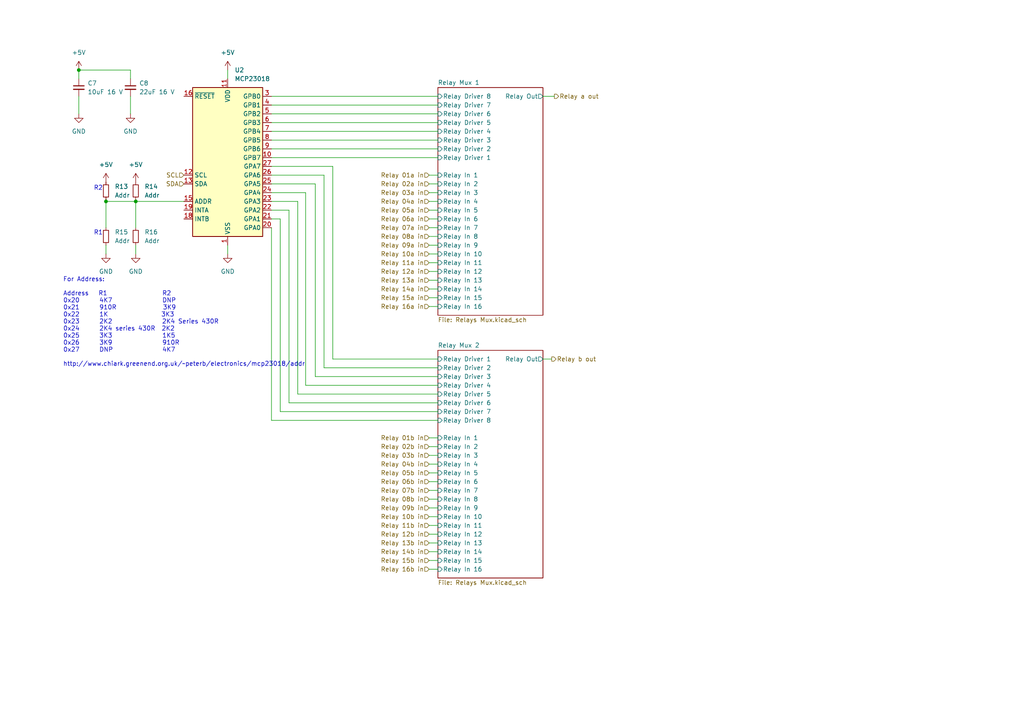
<source format=kicad_sch>
(kicad_sch (version 20211123) (generator eeschema)
  (paper "A4")
  (title_block (title "CIB PCB") (date "2022-05-27") (company "ChargePoint, Inc"))
  (lib_symbols
    (symbol "Device:C_Small" (pin_numbers hide) (pin_names (offset 0.254) hide)
      (property "Reference" "C" (at 0.254 1.778 0))
      (property "Value" "C_Small" (at 0.254 -2.032 0))
      (symbol "C_Small_0_1"
        (polyline (pts (xy -1.524 -0.508) (xy 1.524 -0.508)) (stroke (width 0.3302)))
        (polyline (pts (xy -1.524 0.508) (xy 1.524 0.508)) (stroke (width 0.3048)))
      )
      (symbol "C_Small_1_1"
        (pin passive line (at 0 2.54 270) (length 2.032) (name "~") (number "1"))
        (pin passive line (at 0 -2.54 90) (length 2.032) (name "~") (number "2"))
      )
    )
    (symbol "Device:R_Small" (pin_numbers hide) (pin_names (offset 0.254) hide)
      (property "Reference" "R" (at 0.762 0.508 0))
      (property "Value" "R_Small" (at 0.762 -1.016 0))
      (symbol "R_Small_0_1"
        (rectangle (start -0.762 1.778) (end 0.762 -1.778) (stroke (width 0.2032)))
      )
      (symbol "R_Small_1_1"
        (pin passive line (at 0 2.54 270) (length 0.762) (name "~") (number "1"))
        (pin passive line (at 0 -2.54 90) (length 0.762) (name "~") (number "2"))
      )
    )
    (symbol "MCP23018:MCP23018"
      (property "Reference" "U" (at 0 0 0))
      (property "Value" "MCP23018" (at 0 0 0))
      (symbol "MCP23018_0_1"
        (rectangle (start -10.16 20.32) (end 10.16 -22.86) (stroke (width 0.254)) (fill (type background)))
      )
      (symbol "MCP23018_1_1"
        (pin power_in line (at 0 -25.4 90) (length 2.54) (name "VSS") (number "1"))
        (pin output line (at 12.7 0 180) (length 2.54) (name "GPB7") (number "10"))
        (pin power_in line (at 0 22.86 270) (length 2.54) (name "VDD") (number "11"))
        (pin input line (at -12.7 -5.08 0) (length 2.54) (name "SCL") (number "12"))
        (pin input line (at -12.7 -7.62 0) (length 2.54) (name "SDA") (number "13"))
        (pin input line (at -12.7 -12.7 0) (length 2.54) (name "ADDR") (number "15"))
        (pin input line (at -12.7 17.78 0) (length 2.54) (name "~{RESET}") (number "16"))
        (pin input line (at -12.7 -17.78 0) (length 2.54) (name "INTB") (number "18"))
        (pin input line (at -12.7 -15.24 0) (length 2.54) (name "INTA") (number "19"))
        (pin output line (at 12.7 -20.32 180) (length 2.54) (name "GPA0") (number "20"))
        (pin output line (at 12.7 -17.78 180) (length 2.54) (name "GPA1") (number "21"))
        (pin output line (at 12.7 -15.24 180) (length 2.54) (name "GPA2") (number "22"))
        (pin output line (at 12.7 -12.7 180) (length 2.54) (name "GPA3") (number "23"))
        (pin output line (at 12.7 -10.16 180) (length 2.54) (name "GPA4") (number "24"))
        (pin output line (at 12.7 -7.62 180) (length 2.54) (name "GPA5") (number "25"))
        (pin output line (at 12.7 -5.08 180) (length 2.54) (name "GPA6") (number "26"))
        (pin output line (at 12.7 -2.54 180) (length 2.54) (name "GPA7") (number "27"))
        (pin output line (at 12.7 17.78 180) (length 2.54) (name "GPB0") (number "3"))
        (pin output line (at 12.7 15.24 180) (length 2.54) (name "GPB1") (number "4"))
        (pin output line (at 12.7 12.7 180) (length 2.54) (name "GPB2") (number "5"))
        (pin output line (at 12.7 10.16 180) (length 2.54) (name "GPB3") (number "6"))
        (pin output line (at 12.7 7.62 180) (length 2.54) (name "GPB4") (number "7"))
        (pin output line (at 12.7 5.08 180) (length 2.54) (name "GPB5") (number "8"))
        (pin output line (at 12.7 2.54 180) (length 2.54) (name "GPB6") (number "9"))
      )
    )
    (symbol "power:+5V" (power) (pin_names (offset 0))
      (property "Value" "+5V" (at 0 3.556 0))
      (symbol "+5V_0_1"
        (polyline (pts (xy -0.762 1.27) (xy 0 2.54)))
        (polyline (pts (xy 0 0) (xy 0 2.54)))
        (polyline (pts (xy 0 2.54) (xy 0.762 1.27)))
      )
      (symbol "+5V_1_1"
        (pin power_in line (at 0 0 90) (length 0) hide (name "+5V") (number "1"))
      )
    )
    (symbol "power:GND" (power) (pin_names (offset 0))
      (property "Value" "GND" (at 0 -3.81 0))
      (symbol "GND_0_1"
        (polyline (pts (xy 0 0) (xy 0 -1.27) (xy 1.27 -1.27) (xy 0 -2.54) (xy -1.27 -1.27) (xy 0 -1.27)))
      )
      (symbol "GND_1_1"
        (pin power_in line (at 0 0 270) (length 0) hide (name "GND") (number "1"))
      )
    )
  )
  (junction (at 22.86 20.32))
  (junction (at 30.734 58.42))
  (junction (at 39.37 58.42))
  (wire (pts (xy 22.86 20.32) (xy 37.846 20.32)))
  (wire (pts (xy 78.74 40.64) (xy 127 40.64)))
  (wire (pts (xy 78.74 33.02) (xy 127 33.02)))
  (wire (pts (xy 124.46 137.16) (xy 127 137.16)))
  (wire (pts (xy 124.46 132.08) (xy 127 132.08)))
  (wire (pts (xy 124.46 127) (xy 127 127)))
  (wire (pts (xy 78.74 43.18) (xy 127 43.18)))
  (wire (pts (xy 66.04 71.12) (xy 66.04 73.66)))
  (wire (pts (xy 124.46 157.48) (xy 127 157.48)))
  (wire (pts (xy 124.46 165.1) (xy 127 165.1)))
  (wire (pts (xy 127 109.22) (xy 91.44 109.22)))
  (wire (pts (xy 78.74 58.42) (xy 86.36 58.42)))
  (wire (pts (xy 81.28 63.5) (xy 81.28 119.38)))
  (wire (pts (xy 66.04 20.32) (xy 66.04 22.86)))
  (wire (pts (xy 30.734 58.42) (xy 39.37 58.42)))
  (wire (pts (xy 78.74 27.94) (xy 127 27.94)))
  (wire (pts (xy 124.46 152.4) (xy 127 152.4)))
  (wire (pts (xy 78.74 30.48) (xy 127 30.48)))
  (wire (pts (xy 88.646 111.76) (xy 127 111.76)))
  (wire (pts (xy 53.34 58.42) (xy 39.37 58.42)))
  (wire (pts (xy 124.46 88.9) (xy 127 88.9)))
  (wire (pts (xy 30.734 58.42) (xy 30.734 66.04)))
  (wire (pts (xy 39.37 57.912) (xy 39.37 58.42)))
  (wire (pts (xy 124.46 71.12) (xy 127 71.12)))
  (wire (pts (xy 81.28 119.38) (xy 127 119.38)))
  (wire (pts (xy 157.48 27.94) (xy 160.782 27.94)))
  (wire (pts (xy 93.98 106.68) (xy 127 106.68)))
  (wire (pts (xy 78.74 63.5) (xy 81.28 63.5)))
  (wire (pts (xy 22.86 27.94) (xy 22.86 33.02)))
  (wire (pts (xy 91.44 53.34) (xy 91.44 109.22)))
  (wire (pts (xy 124.46 149.86) (xy 127 149.86)))
  (wire (pts (xy 127 114.3) (xy 86.36 114.3)))
  (wire (pts (xy 39.37 58.42) (xy 39.37 66.04)))
  (wire (pts (xy 160.02 104.14) (xy 157.48 104.14)))
  (wire (pts (xy 124.46 154.94) (xy 127 154.94)))
  (wire (pts (xy 124.46 134.62) (xy 127 134.62)))
  (wire (pts (xy 124.46 81.28) (xy 127 81.28)))
  (wire (pts (xy 78.74 66.04) (xy 78.74 121.92)))
  (wire (pts (xy 78.74 60.96) (xy 83.82 60.96)))
  (wire (pts (xy 37.846 27.94) (xy 37.846 33.02)))
  (wire (pts (xy 86.36 58.42) (xy 86.36 114.3)))
  (wire (pts (xy 124.46 50.8) (xy 127 50.8)))
  (wire (pts (xy 83.82 60.96) (xy 83.82 116.84)))
  (wire (pts (xy 96.52 48.26) (xy 96.52 104.14)))
  (wire (pts (xy 30.734 71.12) (xy 30.734 73.66)))
  (wire (pts (xy 124.46 83.82) (xy 127 83.82)))
  (wire (pts (xy 78.74 55.88) (xy 88.646 55.88)))
  (wire (pts (xy 88.646 55.88) (xy 88.646 111.76)))
  (wire (pts (xy 22.86 22.86) (xy 22.86 20.32)))
  (wire (pts (xy 127 116.84) (xy 83.82 116.84)))
  (wire (pts (xy 124.46 73.66) (xy 127 73.66)))
  (wire (pts (xy 124.46 139.7) (xy 127 139.7)))
  (wire (pts (xy 78.74 50.8) (xy 93.98 50.8)))
  (wire (pts (xy 124.46 55.88) (xy 127 55.88)))
  (wire (pts (xy 78.74 53.34) (xy 91.44 53.34)))
  (wire (pts (xy 124.46 58.42) (xy 127 58.42)))
  (wire (pts (xy 127 104.14) (xy 96.52 104.14)))
  (wire (pts (xy 124.46 147.32) (xy 127 147.32)))
  (wire (pts (xy 124.46 68.58) (xy 127 68.58)))
  (wire (pts (xy 39.37 71.12) (xy 39.37 73.66)))
  (wire (pts (xy 96.52 48.26) (xy 78.74 48.26)))
  (wire (pts (xy 124.46 78.74) (xy 127 78.74)))
  (wire (pts (xy 30.734 57.912) (xy 30.734 58.42)))
  (wire (pts (xy 124.46 142.24) (xy 127 142.24)))
  (wire (pts (xy 124.46 66.04) (xy 127 66.04)))
  (wire (pts (xy 124.46 76.2) (xy 127 76.2)))
  (wire (pts (xy 124.46 162.56) (xy 127 162.56)))
  (wire (pts (xy 37.846 22.86) (xy 37.846 20.32)))
  (wire (pts (xy 78.74 45.72) (xy 127 45.72)))
  (wire (pts (xy 78.74 35.56) (xy 127 35.56)))
  (wire (pts (xy 78.74 121.92) (xy 127 121.92)))
  (wire (pts (xy 124.46 53.34) (xy 127 53.34)))
  (wire (pts (xy 78.74 38.1) (xy 127 38.1)))
  (wire (pts (xy 124.46 129.54) (xy 127 129.54)))
  (wire (pts (xy 124.46 60.96) (xy 127 60.96)))
  (wire (pts (xy 124.46 144.78) (xy 127 144.78)))
  (wire (pts (xy 124.46 63.5) (xy 127 63.5)))
  (wire (pts (xy 124.46 160.02) (xy 127 160.02)))
  (wire (pts (xy 124.46 86.36) (xy 127 86.36)))
  (wire (pts (xy 93.98 50.8) (xy 93.98 106.68)))
  (text "R2" (at 27.178 55.372 0) (effects (font (size 1.27 1.27)) (justify left bottom)))
  (text "For Address:\n\nAddress   R1	         R2\n0x20      4K7	         DNP\n0x21      910R              3K9\n0x22      1K                3K3\n0x23      2K2               2K4 Series 430R\n0x24      2K4 series 430R  2K2\n0x25      3K3	         1K5\n0x26      3K9	         910R\n0x27      DNP	         4K7\n\nhttp://www.chiark.greenend.org.uk/~peterb/electronics/mcp23018/addr" (at 18.288 106.426 0) (effects (font (size 1.27 1.27)) (justify left bottom)))
  (text "R1" (at 27.178 68.326 0) (effects (font (size 1.27 1.27)) (justify left bottom)))
  (hierarchical_label "Relay 04b in" (shape input) (at 124.46 134.62 180))
  (hierarchical_label "Relay 14a in" (shape input) (at 124.46 83.82 180))
  (hierarchical_label "Relay 08b in" (shape input) (at 124.46 144.78 180))
  (hierarchical_label "Relay 09a in" (shape input) (at 124.46 71.12 180))
  (hierarchical_label "Relay 06a in" (shape input) (at 124.46 63.5 180))
  (hierarchical_label "Relay 02a in" (shape input) (at 124.46 53.34 180))
  (hierarchical_label "SCL" (shape input) (at 53.34 50.8 180))
  (hierarchical_label "Relay 05a in" (shape input) (at 124.46 60.96 180))
  (hierarchical_label "Relay 09b in" (shape input) (at 124.46 147.32 180))
  (hierarchical_label "Relay 11a in" (shape input) (at 124.46 76.2 180))
  (hierarchical_label "Relay 16a in" (shape input) (at 124.46 88.9 180))
  (hierarchical_label "Relay 03a in" (shape input) (at 124.46 55.88 180))
  (hierarchical_label "Relay 12a in" (shape input) (at 124.46 78.74 180))
  (hierarchical_label "Relay 01a in" (shape input) (at 124.46 50.8 180))
  (hierarchical_label "SDA" (shape input) (at 53.34 53.34 180))
  (hierarchical_label "Relay 15b in" (shape input) (at 124.46 162.56 180))
  (hierarchical_label "Relay 03b in" (shape input) (at 124.46 132.08 180))
  (hierarchical_label "Relay 14b in" (shape input) (at 124.46 160.02 180))
  (hierarchical_label "Relay 07b in" (shape input) (at 124.46 142.24 180))
  (hierarchical_label "Relay 08a in" (shape input) (at 124.46 68.58 180))
  (hierarchical_label "Relay 16b in" (shape input) (at 124.46 165.1 180))
  (hierarchical_label "Relay 04a in" (shape input) (at 124.46 58.42 180))
  (hierarchical_label "Relay 07a in" (shape input) (at 124.46 66.04 180))
  (hierarchical_label "Relay b out" (shape output) (at 160.02 104.14 0))
  (hierarchical_label "Relay 01b in" (shape input) (at 124.46 127 180))
  (hierarchical_label "Relay 06b in" (shape input) (at 124.46 139.7 180))
  (hierarchical_label "Relay 02b in" (shape input) (at 124.46 129.54 180))
  (hierarchical_label "Relay a out" (shape output) (at 160.782 27.94 0))
  (hierarchical_label "Relay 10b in" (shape input) (at 124.46 149.86 180))
  (hierarchical_label "Relay 12b in" (shape input) (at 124.46 154.94 180))
  (hierarchical_label "Relay 13a in" (shape input) (at 124.46 81.28 180))
  (hierarchical_label "Relay 15a in" (shape input) (at 124.46 86.36 180))
  (hierarchical_label "Relay 11b in" (shape input) (at 124.46 152.4 180))
  (hierarchical_label "Relay 13b in" (shape input) (at 124.46 157.48 180))
  (hierarchical_label "Relay 10a in" (shape input) (at 124.46 73.66 180))
  (hierarchical_label "Relay 05b in" (shape input) (at 124.46 137.16 180))
  (symbol (lib_id "power:GND") (at 30.734 73.66 0) (unit 1)
    (property "Reference" "#PWR040" (effects hide))
    (property "Value" "GND" (at 30.734 78.74 0))
  )
  (symbol (lib_id "power:+5V") (at 39.37 52.832 0) (unit 1)
    (property "Reference" "#PWR039" (effects hide))
    (property "Value" "+5V" (at 39.37 47.752 0))
  )
  (symbol (lib_id "power:+5V") (at 30.734 52.832 0) (unit 1)
    (property "Reference" "#PWR038" (effects hide))
    (property "Value" "+5V" (at 30.734 47.752 0))
  )
  (symbol (lib_id "Device:R_Small") (at 30.734 68.58 0) (unit 1)
    (property "Reference" "R15" (at 33.274 67.3099 0) (effects (justify left)))
    (property "Value" "Addr" (at 33.274 69.8499 0) (effects (justify left)))
    (property "Footprint" "Resistor_SMD:R_1206_3216Metric_Pad1.30x1.75mm_HandSolder" (effects hide))
    (property "Datasheet" "https://industrial.panasonic.com/ww/products/pt/general-purpose-chip-resistors/models/ERJ6GEYJ681V" (effects hide))
    (property "Manufacturer" "Panasonic Electronics Company" (effects hide))
  )
  (symbol (lib_id "power:+5V") (at 22.86 20.32 0) (unit 1)
    (property "Reference" "#PWR034" (effects hide))
    (property "Value" "+5V" (at 22.86 15.24 0))
  )
  (symbol (lib_id "MCP23018:MCP23018") (at 66.04 45.72 0) (unit 1)
    (property "Reference" "U2" (at 68.0594 20.32 0) (effects (justify left)))
    (property "Value" "MCP23018" (at 68.0594 22.86 0) (effects (justify left)))
    (property "Footprint" "Package_DIP:DIP-28_W7.62mm_LongPads" (effects hide))
    (property "Datasheet" "https://ww1.microchip.com/downloads/en/DeviceDoc/22103a.pdf" (effects hide))
    (property "DigiKey #" "MCP23018-E/SP-ND" (effects hide))
    (property "Manufacturer" "Microchip Technology" (effects hide))
    (property "Manufacturer #" "MCP23018-E/SP" (effects hide))
  )
  (symbol (lib_id "power:GND") (at 37.846 33.02 0) (unit 1)
    (property "Reference" "#PWR037" (effects hide))
    (property "Value" "GND" (at 37.846 38.1 0))
  )
  (symbol (lib_id "Device:R_Small") (at 39.37 68.58 0) (unit 1)
    (property "Reference" "R16" (at 41.91 67.3099 0) (effects (justify left)))
    (property "Value" "Addr" (at 41.91 69.8499 0) (effects (justify left)))
    (property "Footprint" "Resistor_SMD:R_1206_3216Metric_Pad1.30x1.75mm_HandSolder" (effects hide))
    (property "Datasheet" "https://industrial.panasonic.com/ww/products/pt/general-purpose-chip-resistors/models/ERJ6GEYJ681V" (effects hide))
    (property "Manufacturer" "Panasonic Electronics Company" (effects hide))
  )
  (symbol (lib_id "power:GND") (at 22.86 33.02 0) (unit 1)
    (property "Reference" "#PWR036" (effects hide))
    (property "Value" "GND" (at 22.86 38.1 0))
  )
  (symbol (lib_id "Device:C_Small") (at 37.846 25.4 0) (unit 1)
    (property "Reference" "C8" (at 40.386 24.1362 0) (effects (justify left)))
    (property "Value" "22uF 16 V" (at 40.386 26.6762 0) (effects (justify left)))
    (property "Footprint" "Capacitor_SMD:C_1206_3216Metric_Pad1.33x1.80mm_HandSolder" (effects hide))
    (property "Datasheet" "https://www.we-online.com/katalog/datasheet/885012108018.pdf" (effects hide))
    (property "Manufacturer #" "885012108018" (effects hide))
    (property "DigiKey #" "732-7642-1-ND" (effects hide))
    (property "Manufacturer" "Würth Elektronik" (effects hide))
  )
  (symbol (lib_id "Device:R_Small") (at 30.734 55.372 0) (unit 1)
    (property "Reference" "R13" (at 33.274 54.1019 0) (effects (justify left)))
    (property "Value" "Addr" (at 33.274 56.6419 0) (effects (justify left)))
    (property "Footprint" "Resistor_SMD:R_1206_3216Metric_Pad1.30x1.75mm_HandSolder" (effects hide))
    (property "Datasheet" "https://industrial.panasonic.com/ww/products/pt/general-purpose-chip-resistors/models/ERJ6GEYJ681V" (effects hide))
    (property "Manufacturer" "Panasonic Electronics Company" (effects hide))
  )
  (symbol (lib_id "power:GND") (at 39.37 73.66 0) (unit 1)
    (property "Reference" "#PWR041" (effects hide))
    (property "Value" "GND" (at 39.37 78.74 0))
  )
  (symbol (lib_id "Device:R_Small") (at 39.37 55.372 0) (unit 1)
    (property "Reference" "R14" (at 41.91 54.1019 0) (effects (justify left)))
    (property "Value" "Addr" (at 41.91 56.6419 0) (effects (justify left)))
    (property "Footprint" "Resistor_SMD:R_1206_3216Metric_Pad1.30x1.75mm_HandSolder" (effects hide))
    (property "Datasheet" "https://industrial.panasonic.com/ww/products/pt/general-purpose-chip-resistors/models/ERJ6GEYJ681V" (effects hide))
    (property "Manufacturer" "Panasonic Electronics Company" (effects hide))
  )
  (symbol (lib_id "power:+5V") (at 66.04 20.32 0) (unit 1)
    (property "Reference" "#PWR035" (effects hide))
    (property "Value" "+5V" (at 66.04 15.24 0))
  )
  (symbol (lib_id "power:GND") (at 66.04 73.66 0) (unit 1)
    (property "Reference" "#PWR042" (effects hide))
    (property "Value" "GND" (at 66.04 78.74 0))
  )
  (symbol (lib_id "Device:C_Small") (at 22.86 25.4 0) (unit 1)
    (property "Reference" "C7" (at 25.4 24.1362 0) (effects (justify left)))
    (property "Value" "10uF 16 V" (at 25.4 26.6762 0) (effects (justify left)))
    (property "Footprint" "Capacitor_SMD:C_1206_3216Metric_Pad1.33x1.80mm_HandSolder" (effects hide))
    (property "Datasheet" "https://www.we-online.com/katalog/datasheet/885012208075.pdf" (effects hide))
    (property "Manufacturer #" "885012107014" (effects hide))
    (property "DigiKey #" "732-7624-1-ND" (effects hide))
    (property "Manufacturer" "Würth Elektronik" (effects hide))
  )
  (sheet (at 127 25.4) (size 30.48 66.04) (stroke (width 0.1524))
    (property "Sheet name" "Relay Mux 1" (at 127 24.6884 0) (effects (justify left bottom)))
    (property "Sheet file" "Relays Mux.kicad_sch" (at 127 92.0246 0) (effects (justify left top)))
    (pin "Relay In 1" input (at 127 50.8 180))
    (pin "Relay In 2" input (at 127 53.34 180))
    (pin "Relay In 3" input (at 127 55.88 180))
    (pin "Relay In 4" input (at 127 58.42 180))
    (pin "Relay In 14" input (at 127 83.82 180))
    (pin "Relay In 13" input (at 127 81.28 180))
    (pin "Relay In 15" input (at 127 86.36 180))
    (pin "Relay In 16" input (at 127 88.9 180))
    (pin "Relay Driver 1" input (at 127 45.72 180))
    (pin "Relay Driver 5" input (at 127 35.56 180))
    (pin "Relay Driver 3" input (at 127 40.64 180))
    (pin "Relay Driver 2" input (at 127 43.18 180))
    (pin "Relay Driver 4" input (at 127 38.1 180))
    (pin "Relay Driver 6" input (at 127 33.02 180))
    (pin "Relay Driver 8" input (at 127 27.94 180))
    (pin "Relay Driver 7" input (at 127 30.48 180))
    (pin "Relay Out" output (at 157.48 27.94 0))
    (pin "Relay In 5" input (at 127 60.96 180))
    (pin "Relay In 6" input (at 127 63.5 180))
    (pin "Relay In 7" input (at 127 66.04 180))
    (pin "Relay In 8" input (at 127 68.58 180))
    (pin "Relay In 11" input (at 127 76.2 180))
    (pin "Relay In 10" input (at 127 73.66 180))
    (pin "Relay In 9" input (at 127 71.12 180))
    (pin "Relay In 12" input (at 127 78.74 180))
  )
  (sheet (at 127 101.6) (size 30.48 66.04) (stroke (width 0.1524))
    (property "Sheet name" "Relay Mux 2" (at 127 100.8884 0) (effects (justify left bottom)))
    (property "Sheet file" "Relays Mux.kicad_sch" (at 127 168.2246 0) (effects (justify left top)))
    (pin "Relay In 1" input (at 127 127 180))
    (pin "Relay In 2" input (at 127 129.54 180))
    (pin "Relay In 3" input (at 127 132.08 180))
    (pin "Relay In 4" input (at 127 134.62 180))
    (pin "Relay In 14" input (at 127 160.02 180))
    (pin "Relay In 13" input (at 127 157.48 180))
    (pin "Relay In 15" input (at 127 162.56 180))
    (pin "Relay In 16" input (at 127 165.1 180))
    (pin "Relay Driver 1" input (at 127 104.14 180))
    (pin "Relay Driver 5" input (at 127 114.3 180))
    (pin "Relay Driver 3" input (at 127 109.22 180))
    (pin "Relay Driver 2" input (at 127 106.68 180))
    (pin "Relay Driver 4" input (at 127 111.76 180))
    (pin "Relay Driver 6" input (at 127 116.84 180))
    (pin "Relay Driver 8" input (at 127 121.92 180))
    (pin "Relay Driver 7" input (at 127 119.38 180))
    (pin "Relay Out" output (at 157.48 104.14 0))
    (pin "Relay In 5" input (at 127 137.16 180))
    (pin "Relay In 6" input (at 127 139.7 180))
    (pin "Relay In 7" input (at 127 142.24 180))
    (pin "Relay In 8" input (at 127 144.78 180))
    (pin "Relay In 11" input (at 127 152.4 180))
    (pin "Relay In 10" input (at 127 149.86 180))
    (pin "Relay In 9" input (at 127 147.32 180))
    (pin "Relay In 12" input (at 127 154.94 180))
  )
)
</source>
